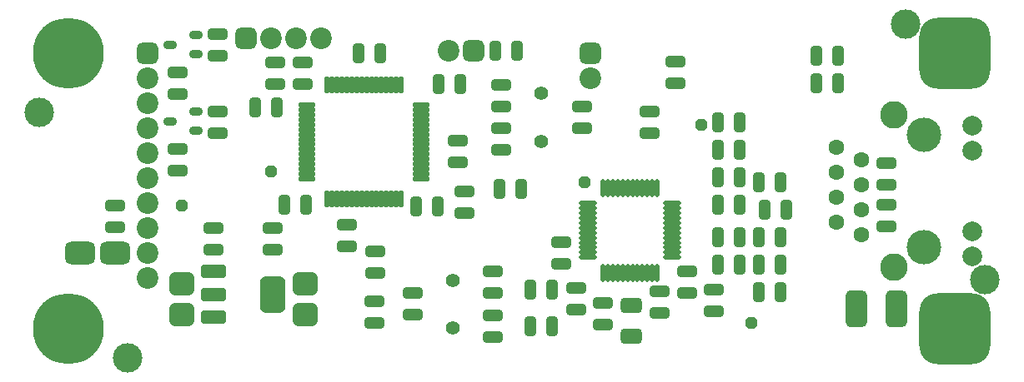
<source format=gbs>
G04*
G04 #@! TF.GenerationSoftware,Altium Limited,Altium Designer,22.11.1 (43)*
G04*
G04 Layer_Color=16711935*
%FSLAX44Y44*%
%MOMM*%
G71*
G04*
G04 #@! TF.SameCoordinates,8D8AEDD0-DFFB-4D3A-BB57-83E995E82AED*
G04*
G04*
G04 #@! TF.FilePolarity,Negative*
G04*
G01*
G75*
%ADD16C,2.2000*%
G04:AMPARAMS|DCode=17|XSize=2.2mm|YSize=2.2mm|CornerRadius=0.6mm|HoleSize=0mm|Usage=FLASHONLY|Rotation=180.000|XOffset=0mm|YOffset=0mm|HoleType=Round|Shape=RoundedRectangle|*
%AMROUNDEDRECTD17*
21,1,2.2000,1.0000,0,0,180.0*
21,1,1.0000,2.2000,0,0,180.0*
1,1,1.2000,-0.5000,0.5000*
1,1,1.2000,0.5000,0.5000*
1,1,1.2000,0.5000,-0.5000*
1,1,1.2000,-0.5000,-0.5000*
%
%ADD17ROUNDEDRECTD17*%
G04:AMPARAMS|DCode=18|XSize=2.2mm|YSize=2.2mm|CornerRadius=0.6mm|HoleSize=0mm|Usage=FLASHONLY|Rotation=270.000|XOffset=0mm|YOffset=0mm|HoleType=Round|Shape=RoundedRectangle|*
%AMROUNDEDRECTD18*
21,1,2.2000,1.0000,0,0,270.0*
21,1,1.0000,2.2000,0,0,270.0*
1,1,1.2000,-0.5000,-0.5000*
1,1,1.2000,-0.5000,0.5000*
1,1,1.2000,0.5000,0.5000*
1,1,1.2000,0.5000,-0.5000*
%
%ADD18ROUNDEDRECTD18*%
%ADD19C,2.0000*%
%ADD20C,1.6000*%
%ADD21C,3.5000*%
%ADD22C,2.8000*%
%ADD23C,1.4000*%
G04:AMPARAMS|DCode=24|XSize=1.2mm|YSize=1.2mm|CornerRadius=0mm|HoleSize=0mm|Usage=FLASHONLY|Rotation=90.000|XOffset=0mm|YOffset=0mm|HoleType=Round|Shape=Octagon|*
%AMOCTAGOND24*
4,1,8,0.3000,0.6000,-0.3000,0.6000,-0.6000,0.3000,-0.6000,-0.3000,-0.3000,-0.6000,0.3000,-0.6000,0.6000,-0.3000,0.6000,0.3000,0.3000,0.6000,0.0*
%
%ADD24OCTAGOND24*%

%ADD25C,7.2000*%
G04:AMPARAMS|DCode=26|XSize=7.2mm|YSize=7.2mm|CornerRadius=1.85mm|HoleSize=0mm|Usage=FLASHONLY|Rotation=0.000|XOffset=0mm|YOffset=0mm|HoleType=Round|Shape=RoundedRectangle|*
%AMROUNDEDRECTD26*
21,1,7.2000,3.5000,0,0,0.0*
21,1,3.5000,7.2000,0,0,0.0*
1,1,3.7000,1.7500,-1.7500*
1,1,3.7000,-1.7500,-1.7500*
1,1,3.7000,-1.7500,1.7500*
1,1,3.7000,1.7500,1.7500*
%
%ADD26ROUNDEDRECTD26*%
G04:AMPARAMS|DCode=27|XSize=1.2mm|YSize=1.2mm|CornerRadius=0mm|HoleSize=0mm|Usage=FLASHONLY|Rotation=0.000|XOffset=0mm|YOffset=0mm|HoleType=Round|Shape=Octagon|*
%AMOCTAGOND27*
4,1,8,0.6000,-0.3000,0.6000,0.3000,0.3000,0.6000,-0.3000,0.6000,-0.6000,0.3000,-0.6000,-0.3000,-0.3000,-0.6000,0.3000,-0.6000,0.6000,-0.3000,0.0*
%
%ADD27OCTAGOND27*%

G04:AMPARAMS|DCode=60|XSize=2mm|YSize=1.2mm|CornerRadius=0.35mm|HoleSize=0mm|Usage=FLASHONLY|Rotation=270.000|XOffset=0mm|YOffset=0mm|HoleType=Round|Shape=RoundedRectangle|*
%AMROUNDEDRECTD60*
21,1,2.0000,0.5000,0,0,270.0*
21,1,1.3000,1.2000,0,0,270.0*
1,1,0.7000,-0.2500,-0.6500*
1,1,0.7000,-0.2500,0.6500*
1,1,0.7000,0.2500,0.6500*
1,1,0.7000,0.2500,-0.6500*
%
%ADD60ROUNDEDRECTD60*%
G04:AMPARAMS|DCode=61|XSize=2mm|YSize=1.2mm|CornerRadius=0.35mm|HoleSize=0mm|Usage=FLASHONLY|Rotation=180.000|XOffset=0mm|YOffset=0mm|HoleType=Round|Shape=RoundedRectangle|*
%AMROUNDEDRECTD61*
21,1,2.0000,0.5000,0,0,180.0*
21,1,1.3000,1.2000,0,0,180.0*
1,1,0.7000,-0.6500,0.2500*
1,1,0.7000,0.6500,0.2500*
1,1,0.7000,0.6500,-0.2500*
1,1,0.7000,-0.6500,-0.2500*
%
%ADD61ROUNDEDRECTD61*%
%ADD62O,1.8000X0.5000*%
%ADD63O,0.5000X1.8000*%
G04:AMPARAMS|DCode=64|XSize=3.8mm|YSize=2.2mm|CornerRadius=0.6mm|HoleSize=0mm|Usage=FLASHONLY|Rotation=270.000|XOffset=0mm|YOffset=0mm|HoleType=Round|Shape=RoundedRectangle|*
%AMROUNDEDRECTD64*
21,1,3.8000,1.0000,0,0,270.0*
21,1,2.6000,2.2000,0,0,270.0*
1,1,1.2000,-0.5000,-1.3000*
1,1,1.2000,-0.5000,1.3000*
1,1,1.2000,0.5000,1.3000*
1,1,1.2000,0.5000,-1.3000*
%
%ADD64ROUNDEDRECTD64*%
G04:AMPARAMS|DCode=65|XSize=2.2mm|YSize=1.6mm|CornerRadius=0.45mm|HoleSize=0mm|Usage=FLASHONLY|Rotation=180.000|XOffset=0mm|YOffset=0mm|HoleType=Round|Shape=RoundedRectangle|*
%AMROUNDEDRECTD65*
21,1,2.2000,0.7000,0,0,180.0*
21,1,1.3000,1.6000,0,0,180.0*
1,1,0.9000,-0.6500,0.3500*
1,1,0.9000,0.6500,0.3500*
1,1,0.9000,0.6500,-0.3500*
1,1,0.9000,-0.6500,-0.3500*
%
%ADD65ROUNDEDRECTD65*%
G04:AMPARAMS|DCode=66|XSize=0.8mm|YSize=1.3mm|CornerRadius=0.25mm|HoleSize=0mm|Usage=FLASHONLY|Rotation=90.000|XOffset=0mm|YOffset=0mm|HoleType=Round|Shape=RoundedRectangle|*
%AMROUNDEDRECTD66*
21,1,0.8000,0.8000,0,0,90.0*
21,1,0.3000,1.3000,0,0,90.0*
1,1,0.5000,0.4000,0.1500*
1,1,0.5000,0.4000,-0.1500*
1,1,0.5000,-0.4000,-0.1500*
1,1,0.5000,-0.4000,0.1500*
%
%ADD66ROUNDEDRECTD66*%
G04:AMPARAMS|DCode=67|XSize=2.4mm|YSize=2.6mm|CornerRadius=0.65mm|HoleSize=0mm|Usage=FLASHONLY|Rotation=270.000|XOffset=0mm|YOffset=0mm|HoleType=Round|Shape=RoundedRectangle|*
%AMROUNDEDRECTD67*
21,1,2.4000,1.3000,0,0,270.0*
21,1,1.1000,2.6000,0,0,270.0*
1,1,1.3000,-0.6500,-0.5500*
1,1,1.3000,-0.6500,0.5500*
1,1,1.3000,0.6500,0.5500*
1,1,1.3000,0.6500,-0.5500*
%
%ADD67ROUNDEDRECTD67*%
G04:AMPARAMS|DCode=68|XSize=0.5mm|YSize=1.8mm|CornerRadius=0.175mm|HoleSize=0mm|Usage=FLASHONLY|Rotation=90.000|XOffset=0mm|YOffset=0mm|HoleType=Round|Shape=RoundedRectangle|*
%AMROUNDEDRECTD68*
21,1,0.5000,1.4500,0,0,90.0*
21,1,0.1500,1.8000,0,0,90.0*
1,1,0.3500,0.7250,0.0750*
1,1,0.3500,0.7250,-0.0750*
1,1,0.3500,-0.7250,-0.0750*
1,1,0.3500,-0.7250,0.0750*
%
%ADD68ROUNDEDRECTD68*%
G04:AMPARAMS|DCode=69|XSize=0.5mm|YSize=1.8mm|CornerRadius=0.175mm|HoleSize=0mm|Usage=FLASHONLY|Rotation=180.000|XOffset=0mm|YOffset=0mm|HoleType=Round|Shape=RoundedRectangle|*
%AMROUNDEDRECTD69*
21,1,0.5000,1.4500,0,0,180.0*
21,1,0.1500,1.8000,0,0,180.0*
1,1,0.3500,-0.0750,0.7250*
1,1,0.3500,0.0750,0.7250*
1,1,0.3500,0.0750,-0.7250*
1,1,0.3500,-0.0750,-0.7250*
%
%ADD69ROUNDEDRECTD69*%
G04:AMPARAMS|DCode=70|XSize=2.3mm|YSize=3.1mm|CornerRadius=0.625mm|HoleSize=0mm|Usage=FLASHONLY|Rotation=90.000|XOffset=0mm|YOffset=0mm|HoleType=Round|Shape=RoundedRectangle|*
%AMROUNDEDRECTD70*
21,1,2.3000,1.8500,0,0,90.0*
21,1,1.0500,3.1000,0,0,90.0*
1,1,1.2500,0.9250,0.5250*
1,1,1.2500,0.9250,-0.5250*
1,1,1.2500,-0.9250,-0.5250*
1,1,1.2500,-0.9250,0.5250*
%
%ADD70ROUNDEDRECTD70*%
G04:AMPARAMS|DCode=71|XSize=3.8mm|YSize=2.6mm|CornerRadius=0.7mm|HoleSize=0mm|Usage=FLASHONLY|Rotation=270.000|XOffset=0mm|YOffset=0mm|HoleType=Round|Shape=RoundedRectangle|*
%AMROUNDEDRECTD71*
21,1,3.8000,1.2000,0,0,270.0*
21,1,2.4000,2.6000,0,0,270.0*
1,1,1.4000,-0.6000,-1.2000*
1,1,1.4000,-0.6000,1.2000*
1,1,1.4000,0.6000,1.2000*
1,1,1.4000,0.6000,-1.2000*
%
%ADD71ROUNDEDRECTD71*%
G04:AMPARAMS|DCode=72|XSize=1.4mm|YSize=2.6mm|CornerRadius=0.4mm|HoleSize=0mm|Usage=FLASHONLY|Rotation=270.000|XOffset=0mm|YOffset=0mm|HoleType=Round|Shape=RoundedRectangle|*
%AMROUNDEDRECTD72*
21,1,1.4000,1.8000,0,0,270.0*
21,1,0.6000,2.6000,0,0,270.0*
1,1,0.8000,-0.9000,-0.3000*
1,1,0.8000,-0.9000,0.3000*
1,1,0.8000,0.9000,0.3000*
1,1,0.8000,0.9000,-0.3000*
%
%ADD72ROUNDEDRECTD72*%
%ADD73C,3.0000*%
D16*
X435600Y333000D02*
D03*
X580000Y304600D02*
D03*
X130000D02*
D03*
Y253800D02*
D03*
Y228400D02*
D03*
Y279200D02*
D03*
Y177600D02*
D03*
Y152200D02*
D03*
Y203000D02*
D03*
Y126800D02*
D03*
Y101400D02*
D03*
X255400Y345000D02*
D03*
X306200D02*
D03*
X280800D02*
D03*
D17*
X461000Y333000D02*
D03*
X230000Y345000D02*
D03*
D18*
X580000Y330000D02*
D03*
X130000D02*
D03*
D19*
X967500Y230900D02*
D03*
Y256300D02*
D03*
Y149100D02*
D03*
Y123700D02*
D03*
D20*
X829600Y234450D02*
D03*
X855000Y221750D02*
D03*
X829600Y209050D02*
D03*
X855000Y196350D02*
D03*
X829600Y183650D02*
D03*
X855000Y170950D02*
D03*
X829600Y158250D02*
D03*
X855000Y145550D02*
D03*
D21*
X918500Y247150D02*
D03*
Y132850D02*
D03*
D22*
X888000Y267450D02*
D03*
Y112550D02*
D03*
D23*
X530000Y240600D02*
D03*
Y289400D02*
D03*
X440000Y50600D02*
D03*
Y99400D02*
D03*
D24*
X573720Y198720D02*
D03*
X743000Y56000D02*
D03*
X692681Y257564D02*
D03*
X255000Y210000D02*
D03*
D25*
X50000Y50000D02*
D03*
Y330000D02*
D03*
D26*
X950000D02*
D03*
Y50000D02*
D03*
D27*
X165000Y175000D02*
D03*
D60*
X483000Y333000D02*
D03*
X505000D02*
D03*
X751000Y199000D02*
D03*
X773000D02*
D03*
X403000Y174000D02*
D03*
X425000D02*
D03*
X239000Y275000D02*
D03*
X261000D02*
D03*
X448000Y299000D02*
D03*
X426000D02*
D03*
X366000Y330000D02*
D03*
X344000D02*
D03*
X269000Y176000D02*
D03*
X291000D02*
D03*
X751000Y143000D02*
D03*
X773000D02*
D03*
Y87000D02*
D03*
X751000D02*
D03*
Y115000D02*
D03*
X773000D02*
D03*
X709000Y204000D02*
D03*
X731000D02*
D03*
Y176000D02*
D03*
X709000D02*
D03*
X757000Y171000D02*
D03*
X779000D02*
D03*
X709000Y143000D02*
D03*
X731000D02*
D03*
X541000Y52500D02*
D03*
X519000D02*
D03*
X541000Y90000D02*
D03*
X519000D02*
D03*
X709000Y232000D02*
D03*
X731000D02*
D03*
Y260000D02*
D03*
X709000D02*
D03*
X509000Y192000D02*
D03*
X487000D02*
D03*
X831000Y300000D02*
D03*
X809000D02*
D03*
X731000Y115000D02*
D03*
X709000D02*
D03*
X831000Y328000D02*
D03*
X809000D02*
D03*
D61*
X361000Y129000D02*
D03*
Y107000D02*
D03*
X260000Y299000D02*
D03*
Y321000D02*
D03*
X489000Y276000D02*
D03*
Y298000D02*
D03*
Y254000D02*
D03*
Y232000D02*
D03*
X445000Y241000D02*
D03*
Y219000D02*
D03*
X288000Y299000D02*
D03*
Y321000D02*
D03*
X571000Y254000D02*
D03*
Y276000D02*
D03*
X332500Y156000D02*
D03*
Y134000D02*
D03*
X452000Y168000D02*
D03*
Y190000D02*
D03*
X592500Y76000D02*
D03*
Y54000D02*
D03*
X677500Y108500D02*
D03*
Y86500D02*
D03*
X705000Y68000D02*
D03*
Y90000D02*
D03*
X650000Y88000D02*
D03*
Y66000D02*
D03*
X565000Y91000D02*
D03*
Y69000D02*
D03*
X481000Y108500D02*
D03*
Y86500D02*
D03*
X550000Y138000D02*
D03*
Y116000D02*
D03*
X399000Y86000D02*
D03*
Y64000D02*
D03*
X481000Y41500D02*
D03*
Y63500D02*
D03*
X161000Y233000D02*
D03*
Y211000D02*
D03*
X257000Y130000D02*
D03*
Y152000D02*
D03*
X197000Y130000D02*
D03*
Y152000D02*
D03*
X201000Y249000D02*
D03*
Y271000D02*
D03*
X201000Y328000D02*
D03*
Y350000D02*
D03*
X880000Y196000D02*
D03*
Y218000D02*
D03*
Y176000D02*
D03*
Y154000D02*
D03*
X666000Y300000D02*
D03*
Y322000D02*
D03*
X640000Y249000D02*
D03*
Y271000D02*
D03*
X360000Y56000D02*
D03*
Y78000D02*
D03*
X97000Y153000D02*
D03*
Y175000D02*
D03*
X161000Y311000D02*
D03*
Y289000D02*
D03*
D62*
X408000Y212500D02*
D03*
Y217500D02*
D03*
Y202500D02*
D03*
Y207500D02*
D03*
Y232500D02*
D03*
Y222500D02*
D03*
Y227500D02*
D03*
Y237500D02*
D03*
Y252500D02*
D03*
Y242500D02*
D03*
Y247500D02*
D03*
Y257500D02*
D03*
Y272500D02*
D03*
Y277500D02*
D03*
Y262500D02*
D03*
Y267500D02*
D03*
X292000Y202500D02*
D03*
Y207500D02*
D03*
Y212500D02*
D03*
Y217500D02*
D03*
Y222500D02*
D03*
Y227500D02*
D03*
Y237500D02*
D03*
Y232500D02*
D03*
Y252500D02*
D03*
Y242500D02*
D03*
Y247500D02*
D03*
Y267500D02*
D03*
Y272500D02*
D03*
Y257500D02*
D03*
Y262500D02*
D03*
Y277500D02*
D03*
D63*
X382500Y182000D02*
D03*
X387500D02*
D03*
X377500D02*
D03*
X362500D02*
D03*
X367500D02*
D03*
X352500D02*
D03*
X357500D02*
D03*
X372500D02*
D03*
X387500Y298000D02*
D03*
X377500D02*
D03*
X382500D02*
D03*
X362500D02*
D03*
X367500D02*
D03*
X352500D02*
D03*
X357500D02*
D03*
X372500D02*
D03*
X347500Y182000D02*
D03*
X342500D02*
D03*
X327500D02*
D03*
X332500D02*
D03*
X317500D02*
D03*
X322500D02*
D03*
X337500D02*
D03*
X312500D02*
D03*
X347500Y298000D02*
D03*
X337500D02*
D03*
X342500D02*
D03*
X327500D02*
D03*
X332500D02*
D03*
X317500D02*
D03*
X322500D02*
D03*
X312500D02*
D03*
D64*
X890000Y70000D02*
D03*
X850000D02*
D03*
D65*
X621000Y42000D02*
D03*
Y74000D02*
D03*
D66*
X153000Y261000D02*
D03*
X179000Y270500D02*
D03*
Y251500D02*
D03*
X179000Y329500D02*
D03*
Y348500D02*
D03*
X153000Y339000D02*
D03*
D67*
X290000Y64000D02*
D03*
Y96000D02*
D03*
X165000Y64000D02*
D03*
Y96000D02*
D03*
D68*
X577000Y122500D02*
D03*
Y127500D02*
D03*
Y132500D02*
D03*
Y137500D02*
D03*
Y142500D02*
D03*
Y147500D02*
D03*
Y152500D02*
D03*
Y157500D02*
D03*
Y162500D02*
D03*
Y167500D02*
D03*
Y172500D02*
D03*
Y177500D02*
D03*
X663000D02*
D03*
Y172500D02*
D03*
Y167500D02*
D03*
Y162500D02*
D03*
Y157500D02*
D03*
Y152500D02*
D03*
Y147500D02*
D03*
Y142500D02*
D03*
Y137500D02*
D03*
Y132500D02*
D03*
Y127500D02*
D03*
Y122500D02*
D03*
D69*
X647500Y107000D02*
D03*
X642500D02*
D03*
X637500D02*
D03*
X632500D02*
D03*
X627500D02*
D03*
X622500D02*
D03*
X617500D02*
D03*
X612500D02*
D03*
X607500D02*
D03*
X602500D02*
D03*
X597500D02*
D03*
X592500D02*
D03*
Y193000D02*
D03*
X597500D02*
D03*
X602500D02*
D03*
X607500D02*
D03*
X612500D02*
D03*
X617500D02*
D03*
X622500D02*
D03*
X627500D02*
D03*
X632500D02*
D03*
X637500D02*
D03*
X642500D02*
D03*
X647500D02*
D03*
D70*
X61220Y127000D02*
D03*
X96780D02*
D03*
D71*
X257000Y85000D02*
D03*
D72*
X197000Y62000D02*
D03*
Y85000D02*
D03*
Y108000D02*
D03*
D73*
X110000Y20000D02*
D03*
X20000Y270000D02*
D03*
X980000Y100000D02*
D03*
X900000Y360000D02*
D03*
M02*

</source>
